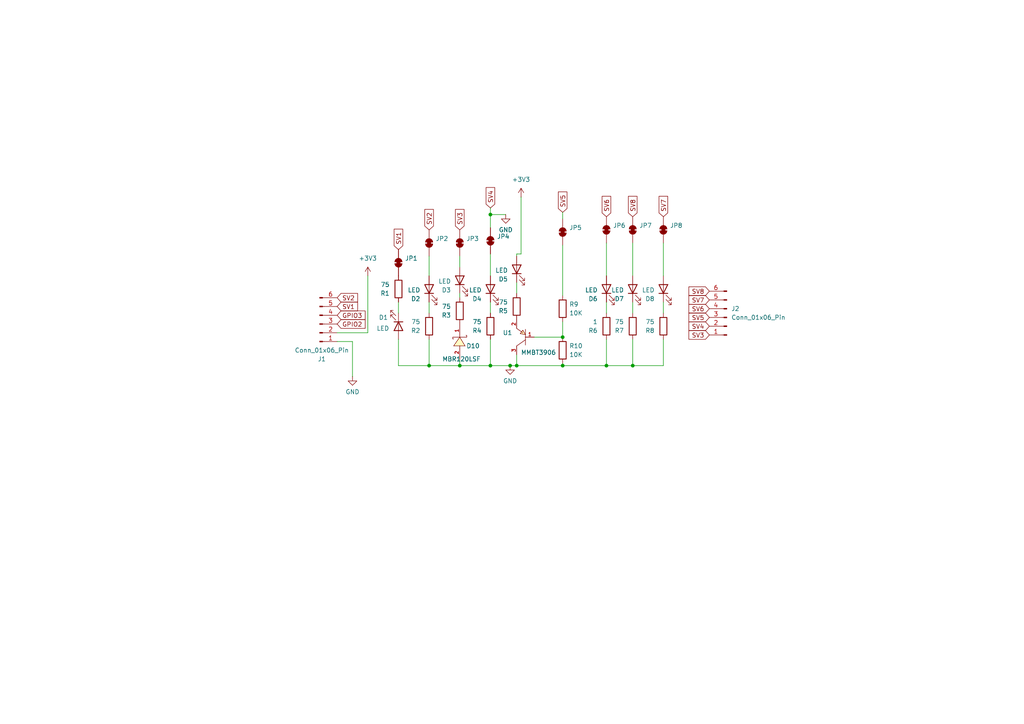
<source format=kicad_sch>
(kicad_sch (version 20231120) (generator "eeschema") (generator_version "8.0")
  (paper "A4")
  (lib_symbols
    (symbol "Connector:Conn_01x06_Pin" (pin_names (offset 1.016) hide)
      (property "Reference" "J" (at 0 7.62 0))
      (property "Value" "Conn_01x06_Pin" (at 0 -10.16 0))
      (symbol "Conn_01x06_Pin_1_1"
        (polyline (pts (xy 1.27 -7.62) (xy 0.8636 -7.62)) (stroke (width 0.1524)))
        (polyline (pts (xy 1.27 -5.08) (xy 0.8636 -5.08)) (stroke (width 0.1524)))
        (polyline (pts (xy 1.27 -2.54) (xy 0.8636 -2.54)) (stroke (width 0.1524)))
        (polyline (pts (xy 1.27 0) (xy 0.8636 0)) (stroke (width 0.1524)))
        (polyline (pts (xy 1.27 2.54) (xy 0.8636 2.54)) (stroke (width 0.1524)))
        (polyline (pts (xy 1.27 5.08) (xy 0.8636 5.08)) (stroke (width 0.1524)))
        (rectangle (start 0.8636 -7.493) (end 0 -7.747) (stroke (width 0.1524)) (fill (type outline)))
        (rectangle (start 0.8636 -4.953) (end 0 -5.207) (stroke (width 0.1524)) (fill (type outline)))
        (rectangle (start 0.8636 -2.413) (end 0 -2.667) (stroke (width 0.1524)) (fill (type outline)))
        (rectangle (start 0.8636 0.127) (end 0 -0.127) (stroke (width 0.1524)) (fill (type outline)))
        (rectangle (start 0.8636 2.667) (end 0 2.413) (stroke (width 0.1524)) (fill (type outline)))
        (rectangle (start 0.8636 5.207) (end 0 4.953) (stroke (width 0.1524)) (fill (type outline)))
        (pin passive line (at 5.08 5.08 180) (length 3.81) (name "Pin_1") (number "1"))
        (pin passive line (at 5.08 2.54 180) (length 3.81) (name "Pin_2") (number "2"))
        (pin passive line (at 5.08 0 180) (length 3.81) (name "Pin_3") (number "3"))
        (pin passive line (at 5.08 -2.54 180) (length 3.81) (name "Pin_4") (number "4"))
        (pin passive line (at 5.08 -5.08 180) (length 3.81) (name "Pin_5") (number "5"))
        (pin passive line (at 5.08 -7.62 180) (length 3.81) (name "Pin_6") (number "6"))
      )
    )
    (symbol "Device:LED" (pin_numbers hide) (pin_names (offset 1.016) hide)
      (property "Reference" "D" (at 0 2.54 0))
      (property "Value" "LED" (at 0 -2.54 0))
      (symbol "LED_0_1"
        (polyline (pts (xy -1.27 -1.27) (xy -1.27 1.27)) (stroke (width 0.254)))
        (polyline (pts (xy -1.27 0) (xy 1.27 0)))
        (polyline (pts (xy 1.27 -1.27) (xy 1.27 1.27) (xy -1.27 0) (xy 1.27 -1.27)) (stroke (width 0.254)))
        (polyline (pts (xy -3.048 -0.762) (xy -4.572 -2.286) (xy -3.81 -2.286) (xy -4.572 -2.286) (xy -4.572 -1.524)))
        (polyline (pts (xy -1.778 -0.762) (xy -3.302 -2.286) (xy -2.54 -2.286) (xy -3.302 -2.286) (xy -3.302 -1.524)))
      )
      (symbol "LED_1_1"
        (pin passive line (at -3.81 0 0) (length 2.54) (name "K") (number "1"))
        (pin passive line (at 3.81 0 180) (length 2.54) (name "A") (number "2"))
      )
    )
    (symbol "Device:R" (pin_numbers hide) (pin_names (offset 0))
      (property "Reference" "R" (at 2.032 0 90))
      (property "Value" "R" (at 0 0 90))
      (symbol "R_0_1"
        (rectangle (start -1.016 -2.54) (end 1.016 2.54) (stroke (width 0.254)))
      )
      (symbol "R_1_1"
        (pin passive line (at 0 3.81 270) (length 1.27) (name "~") (number "1"))
        (pin passive line (at 0 -3.81 90) (length 1.27) (name "~") (number "2"))
      )
    )
    (symbol "Jumper:SolderJumper_2_Bridged" (pin_numbers hide) (pin_names (offset 0) hide) (exclude_from_sim yes) (in_bom no)
      (property "Reference" "JP" (at 0 2.032 0))
      (property "Value" "SolderJumper_2_Bridged" (at 0 -2.54 0))
      (symbol "SolderJumper_2_Bridged_0_1"
        (rectangle (start -0.508 0.508) (end 0.508 -0.508) (fill (type outline)))
        (arc (start -0.254 1.016) (mid -1.2656 0) (end -0.254 -1.016))
        (arc (start -0.254 1.016) (mid -1.2656 0) (end -0.254 -1.016) (fill (type outline)))
        (polyline (pts (xy -0.254 1.016) (xy -0.254 -1.016)))
        (polyline (pts (xy 0.254 1.016) (xy 0.254 -1.016)))
        (arc (start 0.254 -1.016) (mid 1.2656 0) (end 0.254 1.016))
        (arc (start 0.254 -1.016) (mid 1.2656 0) (end 0.254 1.016) (fill (type outline)))
      )
      (symbol "SolderJumper_2_Bridged_1_1"
        (pin passive line (at -3.81 0 0) (length 2.54) (name "A") (number "1"))
        (pin passive line (at 3.81 0 180) (length 2.54) (name "B") (number "2"))
      )
    )
    (symbol "MBR120LSF:MBR120LSF" (pin_names hide)
      (property "Reference" "D" (at 0 1.27 0))
      (property "Value" "MBR120LSF" (at 0 -2.54 0))
      (symbol "MBR120LSF_0_1"
        (polyline (pts (xy 1.27 1.524) (xy -1.27 0) (xy 1.27 -1.778) (xy 1.27 1.524)) (fill (type background)))
        (polyline (pts (xy -1.778 1.778) (xy -1.778 2.032) (xy -1.27 2.032) (xy -1.27 -2.032) (xy -0.762 -2.032) (xy -0.762 -1.778)))
        (pin unspecified line (at -5.08 0 0) (length 3.81) (name "C") (number "1"))
        (pin unspecified line (at 5.08 0 180) (length 3.81) (name "A") (number "2"))
      )
    )
    (symbol "MMBT3906_C111114:MMBT3906_C111114" (pin_names hide)
      (property "Reference" "U" (at 0 1.27 0))
      (property "Value" "MMBT3906_C111114" (at 0 -2.54 0))
      (symbol "MMBT3906_C111114_0_1"
        (polyline (pts (xy 0 2.286) (xy 0 -2.286)))
        (polyline (pts (xy 0.762 -1.27) (xy 2.54 -2.54)))
        (polyline (pts (xy 2.54 2.54) (xy 0 0.762)))
        (polyline (pts (xy 0 -0.762) (xy 1.524 -1.016) (xy 0.762 -2.032) (xy 0 -0.762)) (fill (type background)))
        (pin unspecified line (at -2.54 0 0) (length 2.54) (name "B") (number "1"))
        (pin unspecified line (at 2.54 -5.08 90) (length 2.54) (name "E") (number "2"))
        (pin unspecified line (at 2.54 5.08 270) (length 2.54) (name "C") (number "3"))
      )
    )
    (symbol "power:+3V3" (power) (pin_numbers hide) (pin_names (offset 0) hide)
      (property "Value" "+3V3" (at 0 3.556 0))
      (symbol "+3V3_0_1"
        (polyline (pts (xy -0.762 1.27) (xy 0 2.54)))
        (polyline (pts (xy 0 0) (xy 0 2.54)))
        (polyline (pts (xy 0 2.54) (xy 0.762 1.27)))
      )
      (symbol "+3V3_1_1"
        (pin power_in line (at 0 0 90) (length 0) (name "~") (number "1"))
      )
    )
    (symbol "power:GND" (power) (pin_numbers hide) (pin_names (offset 0) hide)
      (property "Value" "GND" (at 0 -3.81 0))
      (symbol "GND_0_1"
        (polyline (pts (xy 0 0) (xy 0 -1.27) (xy 1.27 -1.27) (xy 0 -2.54) (xy -1.27 -1.27) (xy 0 -1.27)))
      )
      (symbol "GND_1_1"
        (pin power_in line (at 0 0 270) (length 0) (name "~") (number "1"))
      )
    )
  )
  (junction (at 133.35 106.045))
  (junction (at 163.195 106.045))
  (junction (at 142.24 106.045))
  (junction (at 175.895 106.045))
  (junction (at 124.46 106.045))
  (junction (at 147.955 106.045))
  (junction (at 142.24 62.23))
  (junction (at 149.86 106.045))
  (junction (at 163.195 97.79))
  (junction (at 183.515 106.045))
  (wire (pts (xy 149.86 73.66) (xy 149.86 74.295)))
  (wire (pts (xy 124.46 90.805) (xy 124.46 87.63)))
  (wire (pts (xy 142.24 73.66) (xy 142.24 80.01)))
  (wire (pts (xy 149.86 102.87) (xy 149.86 106.045)))
  (wire (pts (xy 133.35 104.14) (xy 133.35 106.045)))
  (wire (pts (xy 115.57 106.045) (xy 124.46 106.045)))
  (wire (pts (xy 133.35 106.045) (xy 142.24 106.045)))
  (wire (pts (xy 175.895 90.805) (xy 175.895 87.63)))
  (wire (pts (xy 183.515 98.425) (xy 183.515 106.045)))
  (wire (pts (xy 133.35 86.36) (xy 133.35 85.09)))
  (wire (pts (xy 124.46 106.045) (xy 133.35 106.045)))
  (wire (pts (xy 163.195 93.345) (xy 163.195 97.79)))
  (wire (pts (xy 183.515 70.485) (xy 183.515 80.01)))
  (wire (pts (xy 149.86 73.66) (xy 151.13 73.66)))
  (wire (pts (xy 183.515 90.805) (xy 183.515 87.63)))
  (wire (pts (xy 192.405 98.425) (xy 192.405 106.045)))
  (wire (pts (xy 97.79 96.52) (xy 106.68 96.52)))
  (wire (pts (xy 124.46 74.295) (xy 124.46 80.01)))
  (wire (pts (xy 163.195 97.79) (xy 154.94 97.79)))
  (wire (pts (xy 124.46 98.425) (xy 124.46 106.045)))
  (wire (pts (xy 163.195 71.12) (xy 163.195 85.725)))
  (wire (pts (xy 115.57 87.63) (xy 115.57 90.805)))
  (wire (pts (xy 151.13 73.66) (xy 151.13 57.15)))
  (wire (pts (xy 115.57 98.425) (xy 115.57 106.045)))
  (wire (pts (xy 163.195 61.595) (xy 163.195 63.5)))
  (wire (pts (xy 142.24 62.23) (xy 142.24 66.04)))
  (wire (pts (xy 163.195 106.045) (xy 175.895 106.045)))
  (wire (pts (xy 133.35 74.295) (xy 133.35 77.47)))
  (wire (pts (xy 106.68 96.52) (xy 106.68 80.01)))
  (wire (pts (xy 147.955 106.045) (xy 149.86 106.045)))
  (wire (pts (xy 175.895 70.485) (xy 175.895 80.01)))
  (wire (pts (xy 142.24 60.325) (xy 142.24 62.23)))
  (wire (pts (xy 192.405 70.485) (xy 192.405 80.01)))
  (wire (pts (xy 102.235 99.06) (xy 97.79 99.06)))
  (wire (pts (xy 142.24 106.045) (xy 147.955 106.045)))
  (wire (pts (xy 102.235 109.22) (xy 102.235 99.06)))
  (wire (pts (xy 192.405 106.045) (xy 183.515 106.045)))
  (wire (pts (xy 142.24 62.23) (xy 146.685 62.23)))
  (wire (pts (xy 149.86 81.915) (xy 149.86 85.09)))
  (wire (pts (xy 163.195 105.41) (xy 163.195 106.045)))
  (wire (pts (xy 192.405 90.805) (xy 192.405 87.63)))
  (wire (pts (xy 142.24 98.425) (xy 142.24 106.045)))
  (wire (pts (xy 149.86 106.045) (xy 163.195 106.045)))
  (wire (pts (xy 175.895 98.425) (xy 175.895 106.045)))
  (wire (pts (xy 142.24 90.805) (xy 142.24 87.63)))
  (wire (pts (xy 183.515 106.045) (xy 175.895 106.045)))
  (global_label "SV1" (shape input) (at 115.57 72.39 90) (property "Intersheetrefs" "${INTERSHEET_REFS}" (effects (hide yes))))
  (global_label "GPIO3" (shape input) (at 97.79 91.44 0) (property "Intersheetrefs" "${INTERSHEET_REFS}" (effects (hide yes))))
  (global_label "SV7" (shape input) (at 205.74 86.995 180) (property "Intersheetrefs" "${INTERSHEET_REFS}" (effects (hide yes))))
  (global_label "SV3" (shape input) (at 133.35 66.675 90) (property "Intersheetrefs" "${INTERSHEET_REFS}" (effects (hide yes))))
  (global_label "SV5" (shape input) (at 163.195 61.595 90) (property "Intersheetrefs" "${INTERSHEET_REFS}" (effects (hide yes))))
  (global_label "SV8" (shape input) (at 183.515 62.865 90) (property "Intersheetrefs" "${INTERSHEET_REFS}" (effects (hide yes))))
  (global_label "SV6" (shape input) (at 175.895 62.865 90) (property "Intersheetrefs" "${INTERSHEET_REFS}" (effects (hide yes))))
  (global_label "SV2" (shape input) (at 97.79 86.36 0) (property "Intersheetrefs" "${INTERSHEET_REFS}" (effects (hide yes))))
  (global_label "SV7" (shape input) (at 192.405 62.865 90) (property "Intersheetrefs" "${INTERSHEET_REFS}" (effects (hide yes))))
  (global_label "SV2" (shape input) (at 124.46 66.675 90) (property "Intersheetrefs" "${INTERSHEET_REFS}" (effects (hide yes))))
  (global_label "SV6" (shape input) (at 205.74 89.535 180) (property "Intersheetrefs" "${INTERSHEET_REFS}" (effects (hide yes))))
  (global_label "SV1" (shape input) (at 97.79 88.9 0) (property "Intersheetrefs" "${INTERSHEET_REFS}" (effects (hide yes))))
  (global_label "SV4" (shape input) (at 142.24 60.325 90) (property "Intersheetrefs" "${INTERSHEET_REFS}" (effects (hide yes))))
  (global_label "SV4" (shape input) (at 205.74 94.615 180) (property "Intersheetrefs" "${INTERSHEET_REFS}" (effects (hide yes))))
  (global_label "SV5" (shape input) (at 205.74 92.075 180) (property "Intersheetrefs" "${INTERSHEET_REFS}" (effects (hide yes))))
  (global_label "SV3" (shape input) (at 205.74 97.155 180) (property "Intersheetrefs" "${INTERSHEET_REFS}" (effects (hide yes))))
  (global_label "GPIO2" (shape input) (at 97.79 93.98 0) (property "Intersheetrefs" "${INTERSHEET_REFS}" (effects (hide yes))))
  (global_label "SV8" (shape input) (at 205.74 84.455 180) (property "Intersheetrefs" "${INTERSHEET_REFS}" (effects (hide yes))))
  (symbol (lib_id "Device:LED") (at 183.515 83.82 90) (unit 1)
    (property "Reference" "D7" (at 180.975 86.6776 90) (effects (justify left)))
    (property "Value" "LED" (at 180.975 84.1376 90) (effects (justify left)))
    (property "Footprint" "LED_SMD:LED_1206_3216Metric_Pad1.42x1.75mm_HandSolder" (effects (hide yes)))
    (property "Description" "Light emitting diode" (effects (hide yes)))
    (property "LCSC" "C965822" (effects (hide yes)))
  )
  (symbol (lib_id "Device:LED") (at 115.57 94.615 270) (unit 1)
    (property "Reference" "D1" (at 109.855 92.075 90) (effects (justify left)))
    (property "Value" "LED" (at 109.22 95.25 90) (effects (justify left)))
    (property "Footprint" "LED_SMD:LED_1206_3216Metric_Pad1.42x1.75mm_HandSolder" (effects (hide yes)))
    (property "Description" "Light emitting diode" (effects (hide yes)))
    (property "LCSC" "C965822" (effects (hide yes)))
  )
  (symbol (lib_id "Jumper:SolderJumper_2_Bridged") (at 163.195 67.31 90) (unit 1) (exclude_from_sim yes) (in_bom no)
    (property "Reference" "JP5" (at 165.1 66.0399 90) (effects (justify right)))
    (property "Value" "SolderJumper_2_Bridged" (effects (hide yes)))
    (property "Footprint" "Jumper:SolderJumper-2_P1.3mm_Bridged_RoundedPad1.0x1.5mm" (effects (hide yes)))
    (property "Description" "Solder Jumper, 2-pole, closed/bridged" (effects (hide yes)))
  )
  (symbol (lib_id "Device:LED") (at 192.405 83.82 90) (unit 1)
    (property "Reference" "D8" (at 189.865 86.6776 90) (effects (justify left)))
    (property "Value" "LED" (at 189.865 84.1376 90) (effects (justify left)))
    (property "Footprint" "LED_SMD:LED_1206_3216Metric_Pad1.42x1.75mm_HandSolder" (effects (hide yes)))
    (property "Description" "Light emitting diode" (effects (hide yes)))
    (property "LCSC" "C965822" (effects (hide yes)))
  )
  (symbol (lib_id "power:GND") (at 146.685 62.23 0) (unit 1)
    (property "Reference" "#PWR04" (effects (hide yes)))
    (property "Value" "GND" (at 146.685 66.675 0))
    (property "Description" "Power symbol creates a global label with name \"GND\" , ground" (effects (hide yes)))
  )
  (symbol (lib_id "Device:R") (at 142.24 94.615 180) (unit 1)
    (property "Reference" "R4" (at 139.7 95.8851 0) (effects (justify left)))
    (property "Value" "75" (at 139.7 93.3451 0) (effects (justify left)))
    (property "Footprint" "Resistor_SMD:R_1206_3216Metric_Pad1.30x1.75mm_HandSolder" (effects (hide yes)))
    (property "Description" "Resistor" (effects (hide yes)))
    (property "LCSC" "C17987" (effects (hide yes)))
  )
  (symbol (lib_id "power:+3V3") (at 106.68 80.01 0) (unit 1)
    (property "Reference" "#PWR03" (effects (hide yes)))
    (property "Value" "+3V3" (at 106.68 74.93 0))
    (property "Description" "Power symbol creates a global label with name \"+3V3\"" (effects (hide yes)))
  )
  (symbol (lib_id "Device:LED") (at 175.895 83.82 90) (unit 1)
    (property "Reference" "D6" (at 173.355 86.6776 90) (effects (justify left)))
    (property "Value" "LED" (at 173.355 84.1376 90) (effects (justify left)))
    (property "Footprint" "LED_SMD:LED_1206_3216Metric_Pad1.42x1.75mm_HandSolder" (effects (hide yes)))
    (property "Description" "Light emitting diode" (effects (hide yes)))
    (property "LCSC" "C965822" (effects (hide yes)))
  )
  (symbol (lib_id "Jumper:SolderJumper_2_Bridged") (at 115.57 76.2 90) (unit 1) (exclude_from_sim yes) (in_bom no)
    (property "Reference" "JP1" (at 117.475 74.9299 90) (effects (justify right)))
    (property "Value" "SolderJumper_2_Bridged" (effects (hide yes)))
    (property "Footprint" "Jumper:SolderJumper-2_P1.3mm_Bridged_RoundedPad1.0x1.5mm" (effects (hide yes)))
    (property "Description" "Solder Jumper, 2-pole, closed/bridged" (effects (hide yes)))
  )
  (symbol (lib_id "Device:LED") (at 142.24 83.82 90) (unit 1)
    (property "Reference" "D4" (at 139.7 86.6776 90) (effects (justify left)))
    (property "Value" "LED" (at 139.7 84.1376 90) (effects (justify left)))
    (property "Footprint" "LED_SMD:LED_1206_3216Metric_Pad1.42x1.75mm_HandSolder" (effects (hide yes)))
    (property "Description" "Light emitting diode" (effects (hide yes)))
    (property "LCSC" "C965822" (effects (hide yes)))
  )
  (symbol (lib_id "MBR120LSF:MBR120LSF") (at 133.35 99.06 270) (unit 1)
    (property "Reference" "D10" (at 135.255 100.33 90) (effects (justify left)))
    (property "Value" "MBR120LSF" (at 128.27 104.14 90) (effects (justify left)))
    (property "Footprint" "footprints:SOD-123_L2.8-W1.8-LS3.7-RD" (effects (hide yes)))
    (property "Datasheet" "https://item.szlcsc.com/301422.html" (effects (hide yes)))
    (property "LCSC" "C130880" (effects (hide yes)))
  )
  (symbol (lib_id "Device:LED") (at 133.35 81.28 90) (unit 1)
    (property "Reference" "D3" (at 130.81 84.1376 90) (effects (justify left)))
    (property "Value" "LED" (at 130.81 81.5976 90) (effects (justify left)))
    (property "Footprint" "LED_SMD:LED_1206_3216Metric_Pad1.42x1.75mm_HandSolder" (effects (hide yes)))
    (property "Description" "Light emitting diode" (effects (hide yes)))
    (property "LCSC" "C965822" (effects (hide yes)))
  )
  (symbol (lib_id "power:GND") (at 147.955 106.045 0) (unit 1)
    (property "Reference" "#PWR01" (effects (hide yes)))
    (property "Value" "GND" (at 147.955 110.49 0))
    (property "Description" "Power symbol creates a global label with name \"GND\" , ground" (effects (hide yes)))
  )
  (symbol (lib_id "Connector:Conn_01x06_Pin") (at 92.71 93.98 0) (mirror x) (unit 1)
    (property "Reference" "J1" (at 93.345 104.14 0))
    (property "Value" "Conn_01x06_Pin" (at 93.345 101.6 0))
    (property "Footprint" "Connector_PinHeader_2.54mm:PinHeader_1x06_P2.54mm_Vertical" (effects (hide yes)))
    (property "Description" "Generic connector, single row, 01x06, script generated" (effects (hide yes)))
  )
  (symbol (lib_id "Device:R") (at 183.515 94.615 180) (unit 1)
    (property "Reference" "R7" (at 180.975 95.8851 0) (effects (justify left)))
    (property "Value" "75" (at 180.975 93.3451 0) (effects (justify left)))
    (property "Footprint" "Resistor_SMD:R_1206_3216Metric_Pad1.30x1.75mm_HandSolder" (effects (hide yes)))
    (property "Description" "Resistor" (effects (hide yes)))
    (property "LCSC" "C17987" (effects (hide yes)))
  )
  (symbol (lib_id "Jumper:SolderJumper_2_Bridged") (at 124.46 70.485 90) (unit 1) (exclude_from_sim yes) (in_bom no)
    (property "Reference" "JP2" (at 126.365 69.2149 90) (effects (justify right)))
    (property "Value" "SolderJumper_2_Bridged" (effects (hide yes)))
    (property "Footprint" "Jumper:SolderJumper-2_P1.3mm_Bridged_RoundedPad1.0x1.5mm" (effects (hide yes)))
    (property "Description" "Solder Jumper, 2-pole, closed/bridged" (effects (hide yes)))
  )
  (symbol (lib_id "Jumper:SolderJumper_2_Bridged") (at 142.24 69.85 90) (unit 1) (exclude_from_sim yes) (in_bom no)
    (property "Reference" "JP4" (at 144.145 68.5799 90) (effects (justify right)))
    (property "Value" "SolderJumper_2_Bridged" (effects (hide yes)))
    (property "Footprint" "Jumper:SolderJumper-2_P1.3mm_Bridged_RoundedPad1.0x1.5mm" (effects (hide yes)))
    (property "Description" "Solder Jumper, 2-pole, closed/bridged" (effects (hide yes)))
  )
  (symbol (lib_id "power:+3V3") (at 151.13 57.15 0) (unit 1)
    (property "Reference" "#PWR06" (effects (hide yes)))
    (property "Value" "+3V3" (at 151.13 52.07 0))
    (property "Description" "Power symbol creates a global label with name \"+3V3\"" (effects (hide yes)))
  )
  (symbol (lib_id "Jumper:SolderJumper_2_Bridged") (at 175.895 66.675 90) (unit 1) (exclude_from_sim yes) (in_bom no)
    (property "Reference" "JP6" (at 177.8 65.4049 90) (effects (justify right)))
    (property "Value" "SolderJumper_2_Bridged" (effects (hide yes)))
    (property "Footprint" "Jumper:SolderJumper-2_P1.3mm_Bridged_RoundedPad1.0x1.5mm" (effects (hide yes)))
    (property "Description" "Solder Jumper, 2-pole, closed/bridged" (effects (hide yes)))
  )
  (symbol (lib_id "Device:R") (at 115.57 83.82 180) (unit 1)
    (property "Reference" "R1" (at 113.03 85.0901 0) (effects (justify left)))
    (property "Value" "75" (at 113.03 82.5501 0) (effects (justify left)))
    (property "Footprint" "Resistor_SMD:R_1206_3216Metric_Pad1.30x1.75mm_HandSolder" (effects (hide yes)))
    (property "Description" "Resistor" (effects (hide yes)))
    (property "LCSC" "C17987" (effects (hide yes)))
  )
  (symbol (lib_id "MMBT3906_C111114:MMBT3906_C111114") (at 152.4 97.79 180) (unit 1)
    (property "Reference" "U1" (at 148.59 96.5199 0) (effects (justify left)))
    (property "Value" "MMBT3906" (at 161.29 102.235 0) (effects (justify left)))
    (property "Footprint" "footprints:SOT-23-3_L3.0-W1.7-P0.95-LS2.9-BR" (effects (hide yes)))
    (property "Datasheet" "https://item.szlcsc.com/139341.html" (effects (hide yes)))
    (property "LCSC" "C111114" (effects (hide yes)))
  )
  (symbol (lib_id "Device:R") (at 163.195 101.6 180) (unit 1)
    (property "Reference" "R10" (at 165.1 100.3299 0) (effects (justify right)))
    (property "Value" "10K" (at 165.1 102.8699 0) (effects (justify right)))
    (property "Footprint" "Resistor_SMD:R_0805_2012Metric_Pad1.20x1.40mm_HandSolder" (effects (hide yes)))
    (property "Description" "Resistor" (effects (hide yes)))
    (property "LCSC" "C17414" (effects (hide yes)))
  )
  (symbol (lib_id "Connector:Conn_01x06_Pin") (at 210.82 92.075 180) (unit 1)
    (property "Reference" "J2" (at 212.09 89.5349 0) (effects (justify right)))
    (property "Value" "Conn_01x06_Pin" (at 212.09 92.0749 0) (effects (justify right)))
    (property "Footprint" "Connector_PinHeader_2.54mm:PinHeader_1x06_P2.54mm_Vertical" (effects (hide yes)))
    (property "Description" "Generic connector, single row, 01x06, script generated" (effects (hide yes)))
  )
  (symbol (lib_id "Device:R") (at 163.195 89.535 180) (unit 1)
    (property "Reference" "R9" (at 165.1 88.2649 0) (effects (justify right)))
    (property "Value" "10K" (at 165.1 90.8049 0) (effects (justify right)))
    (property "Footprint" "Resistor_SMD:R_0805_2012Metric_Pad1.20x1.40mm_HandSolder" (effects (hide yes)))
    (property "Description" "Resistor" (effects (hide yes)))
    (property "LCSC" "C17414" (effects (hide yes)))
  )
  (symbol (lib_id "Device:R") (at 175.895 94.615 180) (unit 1)
    (property "Reference" "R6" (at 173.355 95.8851 0) (effects (justify left)))
    (property "Value" "1" (at 173.355 93.3451 0) (effects (justify left)))
    (property "Footprint" "Resistor_SMD:R_1206_3216Metric_Pad1.30x1.75mm_HandSolder" (effects (hide yes)))
    (property "Description" "Resistor" (effects (hide yes)))
    (property "LCSC" "C1409" (effects (hide yes)))
  )
  (symbol (lib_id "Device:R") (at 149.86 88.9 180) (unit 1)
    (property "Reference" "R5" (at 147.32 90.1701 0) (effects (justify left)))
    (property "Value" "75" (at 147.32 87.6301 0) (effects (justify left)))
    (property "Footprint" "Resistor_SMD:R_1206_3216Metric_Pad1.30x1.75mm_HandSolder" (effects (hide yes)))
    (property "Description" "Resistor" (effects (hide yes)))
    (property "LCSC" "C17987" (effects (hide yes)))
  )
  (symbol (lib_id "Device:R") (at 192.405 94.615 180) (unit 1)
    (property "Reference" "R8" (at 189.865 95.8851 0) (effects (justify left)))
    (property "Value" "75" (at 189.865 93.3451 0) (effects (justify left)))
    (property "Footprint" "Resistor_SMD:R_1206_3216Metric_Pad1.30x1.75mm_HandSolder" (effects (hide yes)))
    (property "Description" "Resistor" (effects (hide yes)))
    (property "LCSC" "C17987" (effects (hide yes)))
  )
  (symbol (lib_id "Device:R") (at 124.46 94.615 180) (unit 1)
    (property "Reference" "R2" (at 121.92 95.8851 0) (effects (justify left)))
    (property "Value" "75" (at 121.92 93.3451 0) (effects (justify left)))
    (property "Footprint" "Resistor_SMD:R_1206_3216Metric_Pad1.30x1.75mm_HandSolder" (effects (hide yes)))
    (property "Description" "Resistor" (effects (hide yes)))
    (property "LCSC" "C17987" (effects (hide yes)))
  )
  (symbol (lib_id "Jumper:SolderJumper_2_Bridged") (at 192.405 66.675 90) (unit 1) (exclude_from_sim yes) (in_bom no)
    (property "Reference" "JP8" (at 194.31 65.4049 90) (effects (justify right)))
    (property "Value" "SolderJumper_2_Bridged" (effects (hide yes)))
    (property "Footprint" "Jumper:SolderJumper-2_P1.3mm_Bridged_RoundedPad1.0x1.5mm" (effects (hide yes)))
    (property "Description" "Solder Jumper, 2-pole, closed/bridged" (effects (hide yes)))
  )
  (symbol (lib_id "Device:LED") (at 149.86 78.105 90) (unit 1)
    (property "Reference" "D5" (at 147.32 80.9626 90) (effects (justify left)))
    (property "Value" "LED" (at 147.32 78.4226 90) (effects (justify left)))
    (property "Footprint" "LED_SMD:LED_1206_3216Metric_Pad1.42x1.75mm_HandSolder" (effects (hide yes)))
    (property "Description" "Light emitting diode" (effects (hide yes)))
    (property "LCSC" "C965822" (effects (hide yes)))
  )
  (symbol (lib_id "Device:LED") (at 124.46 83.82 90) (unit 1)
    (property "Reference" "D2" (at 121.92 86.6776 90) (effects (justify left)))
    (property "Value" "LED" (at 121.92 84.1376 90) (effects (justify left)))
    (property "Footprint" "LED_SMD:LED_1206_3216Metric_Pad1.42x1.75mm_HandSolder" (effects (hide yes)))
    (property "Description" "Light emitting diode" (effects (hide yes)))
    (property "LCSC" "C965822" (effects (hide yes)))
  )
  (symbol (lib_id "Jumper:SolderJumper_2_Bridged") (at 183.515 66.675 90) (unit 1) (exclude_from_sim yes) (in_bom no)
    (property "Reference" "JP7" (at 185.42 65.4049 90) (effects (justify right)))
    (property "Value" "SolderJumper_2_Bridged" (effects (hide yes)))
    (property "Footprint" "Jumper:SolderJumper-2_P1.3mm_Bridged_RoundedPad1.0x1.5mm" (effects (hide yes)))
    (property "Description" "Solder Jumper, 2-pole, closed/bridged" (effects (hide yes)))
  )
  (symbol (lib_id "Jumper:SolderJumper_2_Bridged") (at 133.35 70.485 90) (unit 1) (exclude_from_sim yes) (in_bom no)
    (property "Reference" "JP3" (at 135.255 69.2149 90) (effects (justify right)))
    (property "Value" "SolderJumper_2_Bridged" (effects (hide yes)))
    (property "Footprint" "Jumper:SolderJumper-2_P1.3mm_Bridged_RoundedPad1.0x1.5mm" (effects (hide yes)))
    (property "Description" "Solder Jumper, 2-pole, closed/bridged" (effects (hide yes)))
  )
  (symbol (lib_id "Device:R") (at 133.35 90.17 180) (unit 1)
    (property "Reference" "R3" (at 130.81 91.4401 0) (effects (justify left)))
    (property "Value" "75" (at 130.81 88.9001 0) (effects (justify left)))
    (property "Footprint" "Resistor_SMD:R_1206_3216Metric_Pad1.30x1.75mm_HandSolder" (effects (hide yes)))
    (property "Description" "Resistor" (effects (hide yes)))
    (property "LCSC" "C17987" (effects (hide yes)))
  )
  (symbol (lib_id "power:GND") (at 102.235 109.22 0) (unit 1)
    (property "Reference" "#PWR02" (effects (hide yes)))
    (property "Value" "GND" (at 102.235 113.665 0))
    (property "Description" "Power symbol creates a global label with name \"GND\" , ground" (effects (hide yes)))
  )
)
</source>
